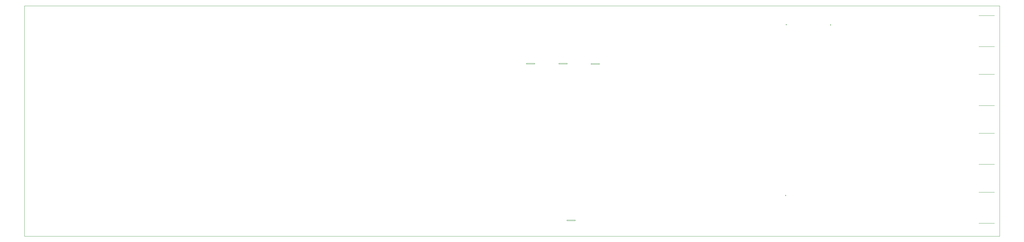
<source format=gtp>
*%FSLAX23Y23*%
*%MOIN*%
G01*
D11*
X4162Y5727D02*
X15879D01*
Y8502D02*
X4162D01*
Y5727D01*
X15879D02*
Y8502D01*
D23*
X12418Y6711D02*
D03*
X12458D02*
D03*
X12497D02*
D03*
X12536D02*
D03*
X12576D02*
D03*
X12418Y6751D02*
D03*
X12458D02*
D03*
X12497D02*
D03*
X12536D02*
D03*
X12418Y6790D02*
D03*
X12458D02*
D03*
X12497D02*
D03*
X12536D02*
D03*
X12418Y6829D02*
D03*
X12458D02*
D03*
X12497D02*
D03*
X12536D02*
D03*
X12418Y6869D02*
D03*
X12458D02*
D03*
X12497D02*
D03*
X12536D02*
D03*
X12418Y6908D02*
D03*
X12458D02*
D03*
X12497D02*
D03*
X12536D02*
D03*
X12418Y6947D02*
D03*
X12458D02*
D03*
X12497D02*
D03*
X12536D02*
D03*
X12418Y6987D02*
D03*
X12458D02*
D03*
X12497D02*
D03*
X12536D02*
D03*
X12418Y7026D02*
D03*
X12458D02*
D03*
X12497D02*
D03*
X12536D02*
D03*
X12418Y7066D02*
D03*
X12458D02*
D03*
X12497D02*
D03*
X12536D02*
D03*
X12418Y7105D02*
D03*
X12458D02*
D03*
X12536D02*
D03*
X12497D02*
D03*
X12418Y7144D02*
D03*
X12458D02*
D03*
X12497D02*
D03*
X12536D02*
D03*
X12418Y7184D02*
D03*
X12458D02*
D03*
X12497D02*
D03*
X12536D02*
D03*
X12418Y7223D02*
D03*
X12458D02*
D03*
X12497D02*
D03*
X12536D02*
D03*
X12418Y7262D02*
D03*
X12458D02*
D03*
X12497D02*
D03*
X12536D02*
D03*
X12418Y7302D02*
D03*
Y7341D02*
D03*
Y7381D02*
D03*
Y7420D02*
D03*
Y7459D02*
D03*
Y7499D02*
D03*
Y7538D02*
D03*
Y7577D02*
D03*
Y7617D02*
D03*
X12458Y7302D02*
D03*
Y7341D02*
D03*
Y7381D02*
D03*
Y7420D02*
D03*
Y7459D02*
D03*
Y7499D02*
D03*
Y7538D02*
D03*
Y7577D02*
D03*
Y7617D02*
D03*
X12497Y7302D02*
D03*
Y7341D02*
D03*
Y7381D02*
D03*
Y7420D02*
D03*
Y7459D02*
D03*
Y7499D02*
D03*
Y7538D02*
D03*
Y7577D02*
D03*
Y7617D02*
D03*
X12536Y7302D02*
D03*
Y7341D02*
D03*
Y7381D02*
D03*
Y7420D02*
D03*
Y7459D02*
D03*
Y7499D02*
D03*
Y7538D02*
D03*
Y7577D02*
D03*
Y7617D02*
D03*
X12418Y6593D02*
D03*
Y6633D02*
D03*
Y6672D02*
D03*
X12458Y6554D02*
D03*
Y6593D02*
D03*
Y6633D02*
D03*
Y6672D02*
D03*
X12497Y6554D02*
D03*
Y6593D02*
D03*
Y6633D02*
D03*
Y6672D02*
D03*
X12536Y6554D02*
D03*
Y6593D02*
D03*
Y6633D02*
D03*
Y6672D02*
D03*
X12576Y6554D02*
D03*
Y6593D02*
D03*
Y6633D02*
D03*
Y6672D02*
D03*
X12615Y6554D02*
D03*
Y6593D02*
D03*
Y6633D02*
D03*
Y6672D02*
D03*
X12654Y6554D02*
D03*
Y6593D02*
D03*
Y6633D02*
D03*
Y6672D02*
D03*
X12694Y6554D02*
D03*
Y6593D02*
D03*
Y6633D02*
D03*
Y6672D02*
D03*
X12733Y6554D02*
D03*
Y6593D02*
D03*
Y6633D02*
D03*
Y6672D02*
D03*
X12773Y6554D02*
D03*
Y6593D02*
D03*
Y6633D02*
D03*
Y6672D02*
D03*
X12812Y6554D02*
D03*
Y6593D02*
D03*
Y6633D02*
D03*
Y6672D02*
D03*
X12851Y6554D02*
D03*
Y6593D02*
D03*
Y6633D02*
D03*
Y6672D02*
D03*
X12891Y6554D02*
D03*
Y6593D02*
D03*
Y6633D02*
D03*
Y6672D02*
D03*
X12930Y6554D02*
D03*
Y6593D02*
D03*
Y6633D02*
D03*
Y6672D02*
D03*
X12969Y6554D02*
D03*
Y6593D02*
D03*
Y6633D02*
D03*
X13009D02*
D03*
X12969Y6672D02*
D03*
X13009Y6554D02*
D03*
Y6593D02*
D03*
Y6672D02*
D03*
X13048Y6554D02*
D03*
Y6593D02*
D03*
Y6633D02*
D03*
Y6672D02*
D03*
X13088Y6554D02*
D03*
Y6593D02*
D03*
Y6633D02*
D03*
Y6672D02*
D03*
X13127Y6554D02*
D03*
Y6593D02*
D03*
Y6633D02*
D03*
Y6672D02*
D03*
X13166Y6554D02*
D03*
Y6593D02*
D03*
Y6633D02*
D03*
Y6672D02*
D03*
X13206Y6554D02*
D03*
Y6593D02*
D03*
Y6633D02*
D03*
Y6672D02*
D03*
X13245Y6554D02*
D03*
Y6593D02*
D03*
Y6633D02*
D03*
Y6672D02*
D03*
X13284Y6554D02*
D03*
Y6593D02*
D03*
Y6633D02*
D03*
Y6672D02*
D03*
X13324Y6554D02*
D03*
Y6593D02*
D03*
Y6633D02*
D03*
Y6672D02*
D03*
X13363Y6554D02*
D03*
Y6593D02*
D03*
Y6633D02*
D03*
Y6672D02*
D03*
X13403Y6554D02*
D03*
Y6593D02*
D03*
Y6633D02*
D03*
Y6672D02*
D03*
X13442Y6554D02*
D03*
Y6593D02*
D03*
Y6633D02*
D03*
Y6672D02*
D03*
X13481Y6554D02*
D03*
Y6593D02*
D03*
Y6633D02*
D03*
Y6672D02*
D03*
X13521Y6554D02*
D03*
Y6593D02*
D03*
Y6633D02*
D03*
Y6672D02*
D03*
X13560Y6593D02*
D03*
Y6633D02*
D03*
Y6672D02*
D03*
Y6711D02*
D03*
X12418Y7656D02*
D03*
X12458D02*
D03*
X12497D02*
D03*
X12536D02*
D03*
X12458Y7696D02*
D03*
X12497D02*
D03*
X12536D02*
D03*
X12576D02*
D03*
X13521Y6711D02*
D03*
X13481D02*
D03*
X13442D02*
D03*
X12969Y7105D02*
D03*
X13403Y6711D02*
D03*
X13363Y6711D02*
D03*
X13324D02*
D03*
X13284D02*
D03*
X13245D02*
D03*
X13206D02*
D03*
X13166D02*
D03*
X13127D02*
D03*
X13088D02*
D03*
X13048D02*
D03*
X13009D02*
D03*
X12969D02*
D03*
X12930D02*
D03*
X12891D02*
D03*
X12851D02*
D03*
X12812D02*
D03*
X12773D02*
D03*
X12733D02*
D03*
X12694D02*
D03*
X12654D02*
D03*
X12615D02*
D03*
X12576Y6751D02*
D03*
X12615D02*
D03*
X12654D02*
D03*
X12694D02*
D03*
X12733D02*
D03*
X12773D02*
D03*
X12812D02*
D03*
X12851D02*
D03*
X12891D02*
D03*
X12930D02*
D03*
X12969D02*
D03*
X13009D02*
D03*
X13048D02*
D03*
X13088D02*
D03*
X13127D02*
D03*
X13166D02*
D03*
X13206D02*
D03*
X13245D02*
D03*
X13284D02*
D03*
X13324D02*
D03*
X13363D02*
D03*
X13403Y6751D02*
D03*
X13442D02*
D03*
X13481D02*
D03*
X13521D02*
D03*
X13560Y6751D02*
D03*
Y6790D02*
D03*
X13521Y6790D02*
D03*
X13481D02*
D03*
X13442D02*
D03*
X13403D02*
D03*
X13363Y6790D02*
D03*
X13324D02*
D03*
X13284D02*
D03*
X13245D02*
D03*
X13206D02*
D03*
X13166D02*
D03*
X13127D02*
D03*
X13088D02*
D03*
X13048D02*
D03*
X13009D02*
D03*
X12969D02*
D03*
X12930D02*
D03*
X12891D02*
D03*
X12851D02*
D03*
X12812D02*
D03*
X12773D02*
D03*
X12733D02*
D03*
X12694D02*
D03*
X12654D02*
D03*
X12615D02*
D03*
X12576D02*
D03*
Y6829D02*
D03*
X12615D02*
D03*
X12654D02*
D03*
X12694D02*
D03*
X12733D02*
D03*
X12773D02*
D03*
X12812D02*
D03*
X12851D02*
D03*
X12891D02*
D03*
X12930D02*
D03*
X12969D02*
D03*
X13009D02*
D03*
X13048D02*
D03*
X13088D02*
D03*
X13127D02*
D03*
X13166D02*
D03*
X13206D02*
D03*
X13245D02*
D03*
X13284D02*
D03*
X13324D02*
D03*
X13363D02*
D03*
X13403Y6829D02*
D03*
X13442D02*
D03*
X13481D02*
D03*
X13521D02*
D03*
X13560Y6829D02*
D03*
X13521Y6869D02*
D03*
X13560Y6869D02*
D03*
X13481Y6869D02*
D03*
X13442D02*
D03*
X13403D02*
D03*
X13363Y6869D02*
D03*
X13324D02*
D03*
X13284D02*
D03*
X13245D02*
D03*
X13206D02*
D03*
X13166D02*
D03*
X13127D02*
D03*
X13088D02*
D03*
X13048D02*
D03*
X13009D02*
D03*
X12969D02*
D03*
X12930D02*
D03*
X12891D02*
D03*
X12851D02*
D03*
X12812D02*
D03*
X12773D02*
D03*
X12733D02*
D03*
X12694D02*
D03*
X12654D02*
D03*
X12615D02*
D03*
X12576D02*
D03*
Y6908D02*
D03*
X12615D02*
D03*
X12654D02*
D03*
X12694D02*
D03*
X12733D02*
D03*
X12773D02*
D03*
X12812D02*
D03*
X12851D02*
D03*
X12891D02*
D03*
X12930D02*
D03*
X12969D02*
D03*
X13009D02*
D03*
X13048D02*
D03*
X13088D02*
D03*
X13127D02*
D03*
X13166D02*
D03*
X13206D02*
D03*
X13245D02*
D03*
X13284D02*
D03*
X13324D02*
D03*
X13363D02*
D03*
X13403Y6908D02*
D03*
X13442D02*
D03*
X13481D02*
D03*
X13521D02*
D03*
X13560Y6908D02*
D03*
X13206Y6947D02*
D03*
X13245D02*
D03*
X13284D02*
D03*
X13324D02*
D03*
X13363D02*
D03*
X13403Y6947D02*
D03*
X13442D02*
D03*
X13481D02*
D03*
X13521D02*
D03*
X13560Y6947D02*
D03*
X13166D02*
D03*
X13127D02*
D03*
X13088D02*
D03*
X13048D02*
D03*
X13009D02*
D03*
X12969D02*
D03*
X12930D02*
D03*
X12891D02*
D03*
X12851D02*
D03*
X12812D02*
D03*
X12773D02*
D03*
X12733D02*
D03*
X12694D02*
D03*
X12654D02*
D03*
X12615D02*
D03*
X12576D02*
D03*
Y6987D02*
D03*
X12615D02*
D03*
X12654D02*
D03*
X12694D02*
D03*
X12733D02*
D03*
X12773D02*
D03*
X12812D02*
D03*
X12851D02*
D03*
X12891D02*
D03*
X12930D02*
D03*
X12969D02*
D03*
X13009D02*
D03*
X13048D02*
D03*
X13088D02*
D03*
X13127D02*
D03*
X13166D02*
D03*
X13206D02*
D03*
X13245D02*
D03*
X13284D02*
D03*
X13324D02*
D03*
X13363D02*
D03*
X13403Y6987D02*
D03*
X13442D02*
D03*
X13481D02*
D03*
X13521D02*
D03*
X13560Y6987D02*
D03*
Y7026D02*
D03*
X13521Y7026D02*
D03*
X13481D02*
D03*
X13442D02*
D03*
X13403D02*
D03*
X13363Y7026D02*
D03*
X13324D02*
D03*
X13284D02*
D03*
X13245D02*
D03*
X13206D02*
D03*
X13166D02*
D03*
X13127D02*
D03*
X13088D02*
D03*
X13048D02*
D03*
X13009D02*
D03*
X12969D02*
D03*
X12930D02*
D03*
X12891D02*
D03*
X12851D02*
D03*
X12812D02*
D03*
X12773D02*
D03*
X12733D02*
D03*
X12694D02*
D03*
X12654D02*
D03*
X12615D02*
D03*
X12576D02*
D03*
Y7066D02*
D03*
X12615D02*
D03*
X12654D02*
D03*
X12694D02*
D03*
X12733D02*
D03*
X12773D02*
D03*
X12812D02*
D03*
X12851D02*
D03*
X12891D02*
D03*
X12930D02*
D03*
X12969D02*
D03*
X13009D02*
D03*
X13048D02*
D03*
X13088D02*
D03*
X13127D02*
D03*
X13166D02*
D03*
X13206D02*
D03*
X13245D02*
D03*
X13284D02*
D03*
X13324D02*
D03*
X13363D02*
D03*
X13403Y7066D02*
D03*
X13442D02*
D03*
X13481D02*
D03*
X13521D02*
D03*
X13560Y7066D02*
D03*
Y7105D02*
D03*
X13521Y7105D02*
D03*
X13481D02*
D03*
X13442D02*
D03*
X13403D02*
D03*
X13363Y7105D02*
D03*
X13324D02*
D03*
X13284D02*
D03*
X13245D02*
D03*
X13206D02*
D03*
X13166D02*
D03*
X13127D02*
D03*
X13088D02*
D03*
X13048D02*
D03*
X13009D02*
D03*
X12930D02*
D03*
X12891D02*
D03*
X12851D02*
D03*
X12812D02*
D03*
X12773D02*
D03*
X12733D02*
D03*
X12694D02*
D03*
X12654D02*
D03*
X12615D02*
D03*
X12576D02*
D03*
Y7144D02*
D03*
X12615D02*
D03*
X12654D02*
D03*
X12694D02*
D03*
X12733D02*
D03*
X12773D02*
D03*
X12812D02*
D03*
X12851D02*
D03*
X12891D02*
D03*
X12930D02*
D03*
X12969D02*
D03*
X13009D02*
D03*
X13048D02*
D03*
X13088D02*
D03*
X13127D02*
D03*
X13166D02*
D03*
X13206D02*
D03*
X13245D02*
D03*
X13284D02*
D03*
X13324D02*
D03*
X13363D02*
D03*
X13403Y7144D02*
D03*
X13442D02*
D03*
X13481D02*
D03*
X13521D02*
D03*
X13560Y7144D02*
D03*
Y7184D02*
D03*
X13521Y7184D02*
D03*
X13481D02*
D03*
X13442D02*
D03*
X13403D02*
D03*
X13363Y7184D02*
D03*
X13324D02*
D03*
X13284D02*
D03*
X13245D02*
D03*
X13206D02*
D03*
X13166D02*
D03*
X13127D02*
D03*
X13088D02*
D03*
X13048D02*
D03*
X13009D02*
D03*
X12969D02*
D03*
X12930D02*
D03*
X12891D02*
D03*
X12851D02*
D03*
X12812D02*
D03*
X12773D02*
D03*
X12733D02*
D03*
X12694D02*
D03*
X12654D02*
D03*
X12615D02*
D03*
X12576D02*
D03*
Y7223D02*
D03*
X12615D02*
D03*
X12654D02*
D03*
X12694D02*
D03*
X12733D02*
D03*
X12773D02*
D03*
X12812D02*
D03*
X12851D02*
D03*
X12891D02*
D03*
X12930D02*
D03*
X12969D02*
D03*
X13009D02*
D03*
X13048D02*
D03*
X13088D02*
D03*
X13127D02*
D03*
X13166D02*
D03*
X13206D02*
D03*
X13245D02*
D03*
X13284D02*
D03*
X13324D02*
D03*
X13363D02*
D03*
X13403Y7223D02*
D03*
X13442D02*
D03*
X13481D02*
D03*
X13521D02*
D03*
X13560Y7223D02*
D03*
X13521Y7262D02*
D03*
X13560Y7262D02*
D03*
X13481Y7262D02*
D03*
X13442D02*
D03*
X13403D02*
D03*
X13363Y7262D02*
D03*
X13324D02*
D03*
X13284D02*
D03*
X13245D02*
D03*
X13206D02*
D03*
X13166D02*
D03*
X13127D02*
D03*
X13088D02*
D03*
X13048D02*
D03*
X13009D02*
D03*
X12969D02*
D03*
X12930D02*
D03*
X12891D02*
D03*
X12851D02*
D03*
X12812D02*
D03*
X12773D02*
D03*
X12733D02*
D03*
X12694D02*
D03*
X12654D02*
D03*
X12615D02*
D03*
X12576D02*
D03*
Y7302D02*
D03*
X12615D02*
D03*
X12654D02*
D03*
X12694D02*
D03*
X12733D02*
D03*
X12773D02*
D03*
X12812D02*
D03*
X12851D02*
D03*
X12891D02*
D03*
X12930D02*
D03*
X12969D02*
D03*
X13009D02*
D03*
X13048D02*
D03*
X13088D02*
D03*
X13127D02*
D03*
X13166D02*
D03*
X13206D02*
D03*
X13245D02*
D03*
X13284D02*
D03*
X13324D02*
D03*
X13363D02*
D03*
X13403Y7302D02*
D03*
X13442D02*
D03*
X13481D02*
D03*
X13521D02*
D03*
X13560Y7302D02*
D03*
X13206Y7341D02*
D03*
X13245D02*
D03*
X13284D02*
D03*
X13324D02*
D03*
X13363D02*
D03*
X13442Y7341D02*
D03*
X13403D02*
D03*
X13481D02*
D03*
X13521D02*
D03*
X13560Y7341D02*
D03*
X12576D02*
D03*
X12615D02*
D03*
X12654D02*
D03*
X12694D02*
D03*
X12733D02*
D03*
X12773D02*
D03*
X12812D02*
D03*
X12851D02*
D03*
X12891D02*
D03*
X12930D02*
D03*
X12969D02*
D03*
X13009D02*
D03*
X13048D02*
D03*
X13088D02*
D03*
X13127D02*
D03*
X13166D02*
D03*
X12576Y7381D02*
D03*
X12615D02*
D03*
X12654D02*
D03*
X12694D02*
D03*
X12733D02*
D03*
X12773D02*
D03*
X12812D02*
D03*
X12851D02*
D03*
X12891D02*
D03*
X12930D02*
D03*
X12969D02*
D03*
X13009D02*
D03*
X13048D02*
D03*
X13088D02*
D03*
X13127D02*
D03*
X13166D02*
D03*
X13206D02*
D03*
X13245D02*
D03*
X13284D02*
D03*
X13324D02*
D03*
X13363D02*
D03*
X13403Y7381D02*
D03*
X13442D02*
D03*
X13481D02*
D03*
X13521D02*
D03*
X13560Y7381D02*
D03*
X12576Y7420D02*
D03*
X12615D02*
D03*
X12654D02*
D03*
X12694D02*
D03*
X12733D02*
D03*
X12773D02*
D03*
X12851D02*
D03*
X12812D02*
D03*
X12891D02*
D03*
X12930D02*
D03*
X12969D02*
D03*
X13009D02*
D03*
X13048D02*
D03*
X13088D02*
D03*
X13127D02*
D03*
X13166D02*
D03*
X13206D02*
D03*
X13245D02*
D03*
X13284D02*
D03*
X13324D02*
D03*
X13363D02*
D03*
X13403Y7420D02*
D03*
X13442D02*
D03*
X13481D02*
D03*
X13521D02*
D03*
X13560Y7420D02*
D03*
X12576Y7459D02*
D03*
X12615D02*
D03*
X12654D02*
D03*
X12694D02*
D03*
X12733D02*
D03*
X12773D02*
D03*
X12812D02*
D03*
X12851D02*
D03*
X12891D02*
D03*
X12930D02*
D03*
X12969D02*
D03*
X13009D02*
D03*
X13048D02*
D03*
X13088D02*
D03*
X13127D02*
D03*
X13166D02*
D03*
X13206D02*
D03*
X13245D02*
D03*
X13284D02*
D03*
X13324D02*
D03*
X13363D02*
D03*
X13403Y7459D02*
D03*
X13442D02*
D03*
X13481D02*
D03*
X13521D02*
D03*
X13560Y7459D02*
D03*
X12576Y7499D02*
D03*
X12615D02*
D03*
X12654D02*
D03*
X12694D02*
D03*
X12773D02*
D03*
X12812D02*
D03*
X12733D02*
D03*
X12851D02*
D03*
X12891D02*
D03*
X12930D02*
D03*
X12969D02*
D03*
X13009D02*
D03*
X13048D02*
D03*
X13088D02*
D03*
X13127D02*
D03*
X13166D02*
D03*
X13206D02*
D03*
X13245D02*
D03*
X13284D02*
D03*
X13324D02*
D03*
X13363D02*
D03*
X13403Y7499D02*
D03*
X13442D02*
D03*
X13481D02*
D03*
X13521D02*
D03*
X13560Y7499D02*
D03*
X12576Y7538D02*
D03*
X12615D02*
D03*
X12654D02*
D03*
X12694D02*
D03*
X12733D02*
D03*
X12773D02*
D03*
X12812D02*
D03*
X12851D02*
D03*
X12891D02*
D03*
X12930D02*
D03*
X12969D02*
D03*
X13009D02*
D03*
X13048D02*
D03*
X13088D02*
D03*
X13127D02*
D03*
X13166D02*
D03*
X13206D02*
D03*
X13245D02*
D03*
X13284D02*
D03*
X13324D02*
D03*
X13363D02*
D03*
X13403Y7538D02*
D03*
X13442D02*
D03*
X13481D02*
D03*
X13521D02*
D03*
X13560Y7538D02*
D03*
X12576Y7577D02*
D03*
X12615D02*
D03*
X12654D02*
D03*
X12694D02*
D03*
X12733D02*
D03*
X12773D02*
D03*
X12812D02*
D03*
X12851D02*
D03*
X12891D02*
D03*
X12930D02*
D03*
X12969D02*
D03*
X13009D02*
D03*
X13048D02*
D03*
X13088D02*
D03*
X13127D02*
D03*
X13166D02*
D03*
X13206D02*
D03*
X13245D02*
D03*
X13284D02*
D03*
X13324D02*
D03*
X13363D02*
D03*
X13403Y7577D02*
D03*
X13442D02*
D03*
X13481D02*
D03*
X13521D02*
D03*
X13560Y7577D02*
D03*
X12576Y7617D02*
D03*
X12615D02*
D03*
X12654D02*
D03*
X12694D02*
D03*
X12733D02*
D03*
X12773D02*
D03*
X12812D02*
D03*
X12851D02*
D03*
X12891D02*
D03*
X12930D02*
D03*
X12969D02*
D03*
X13009D02*
D03*
X13048D02*
D03*
X13088D02*
D03*
X13127D02*
D03*
X13166D02*
D03*
X13206D02*
D03*
X13245D02*
D03*
X13284D02*
D03*
X13324D02*
D03*
X13363D02*
D03*
X13403Y7617D02*
D03*
X13442D02*
D03*
X13481D02*
D03*
X13521D02*
D03*
X13560Y7617D02*
D03*
X12576Y7656D02*
D03*
X12615D02*
D03*
X12654D02*
D03*
X12694D02*
D03*
X12733D02*
D03*
X12773D02*
D03*
X12812D02*
D03*
X12851D02*
D03*
X12891D02*
D03*
X12930D02*
D03*
X12969D02*
D03*
X13009D02*
D03*
X13048D02*
D03*
X13088D02*
D03*
X13127D02*
D03*
X13166D02*
D03*
X13206D02*
D03*
X13245D02*
D03*
X13284D02*
D03*
X13324D02*
D03*
X13363D02*
D03*
X13403Y7656D02*
D03*
X13442D02*
D03*
X13481D02*
D03*
X13521D02*
D03*
X13560Y7656D02*
D03*
X12615Y7696D02*
D03*
X12654D02*
D03*
X12694D02*
D03*
X12733D02*
D03*
X12773D02*
D03*
X12812D02*
D03*
X12851D02*
D03*
X12891D02*
D03*
X12930D02*
D03*
X12969D02*
D03*
X13009D02*
D03*
X13048D02*
D03*
X13088D02*
D03*
X13127D02*
D03*
X13166D02*
D03*
X13206D02*
D03*
X13245D02*
D03*
X13284D02*
D03*
X13324D02*
D03*
X13363D02*
D03*
X13403Y7696D02*
D03*
X13442D02*
D03*
X13481D02*
D03*
X13521D02*
D03*
X12383Y8101D02*
D03*
X12186Y8377D02*
D03*
X12225D02*
D03*
X12265D02*
D03*
X12304D02*
D03*
X12343D02*
D03*
X12383D02*
D03*
Y8337D02*
D03*
X12343D02*
D03*
X12304D02*
D03*
X12265D02*
D03*
X12225D02*
D03*
X12186D02*
D03*
Y8298D02*
D03*
X12225D02*
D03*
X12265D02*
D03*
X12304D02*
D03*
X12343D02*
D03*
X12383D02*
D03*
Y8258D02*
D03*
X12343D02*
D03*
X12304D02*
D03*
X12265D02*
D03*
X12225D02*
D03*
X12186D02*
D03*
Y8219D02*
D03*
X12225D02*
D03*
X12265D02*
D03*
X12304D02*
D03*
X12343D02*
D03*
X12383D02*
D03*
Y8180D02*
D03*
X12343D02*
D03*
X12304D02*
D03*
X12265D02*
D03*
X12225D02*
D03*
X12186D02*
D03*
Y8140D02*
D03*
X12225D02*
D03*
X12265D02*
D03*
X12304D02*
D03*
X12343D02*
D03*
X12383D02*
D03*
X12343Y8101D02*
D03*
X12304D02*
D03*
X12265D02*
D03*
X12225D02*
D03*
X12186D02*
D03*
Y8062D02*
D03*
X12225D02*
D03*
X12265D02*
D03*
X12304D02*
D03*
X12343D02*
D03*
X12383D02*
D03*
Y8022D02*
D03*
X12343D02*
D03*
X12304D02*
D03*
X12265D02*
D03*
X12225D02*
D03*
X12186D02*
D03*
Y7983D02*
D03*
X12225D02*
D03*
X12265D02*
D03*
X12304D02*
D03*
X12343D02*
D03*
X12383D02*
D03*
X12422D02*
D03*
Y8022D02*
D03*
Y8062D02*
D03*
Y8101D02*
D03*
Y8140D02*
D03*
Y8180D02*
D03*
Y8219D02*
D03*
Y8258D02*
D03*
Y8298D02*
D03*
Y8337D02*
D03*
Y8377D02*
D03*
X12462D02*
D03*
Y8337D02*
D03*
Y8298D02*
D03*
Y8258D02*
D03*
Y8219D02*
D03*
Y8180D02*
D03*
Y8140D02*
D03*
Y8101D02*
D03*
Y8062D02*
D03*
Y8022D02*
D03*
Y7983D02*
D03*
X12501D02*
D03*
Y8022D02*
D03*
Y8062D02*
D03*
Y8101D02*
D03*
Y8140D02*
D03*
Y8180D02*
D03*
Y8219D02*
D03*
Y8258D02*
D03*
Y8298D02*
D03*
Y8337D02*
D03*
Y8377D02*
D03*
X12540D02*
D03*
Y8337D02*
D03*
Y8298D02*
D03*
Y8258D02*
D03*
Y8219D02*
D03*
Y8180D02*
D03*
Y8140D02*
D03*
Y8101D02*
D03*
Y8062D02*
D03*
Y8022D02*
D03*
Y7983D02*
D03*
X12580Y7983D02*
D03*
Y8022D02*
D03*
Y8062D02*
D03*
Y8101D02*
D03*
Y8140D02*
D03*
Y8180D02*
D03*
Y8219D02*
D03*
Y8258D02*
D03*
Y8298D02*
D03*
Y8337D02*
D03*
Y8377D02*
D03*
X12619D02*
D03*
Y8337D02*
D03*
Y8298D02*
D03*
Y8258D02*
D03*
Y8219D02*
D03*
Y8180D02*
D03*
Y8140D02*
D03*
Y8101D02*
D03*
Y8062D02*
D03*
Y8022D02*
D03*
Y7983D02*
D03*
X12698Y8022D02*
D03*
X12658Y7983D02*
D03*
Y8022D02*
D03*
Y8062D02*
D03*
Y8101D02*
D03*
Y8140D02*
D03*
Y8180D02*
D03*
Y8219D02*
D03*
Y8258D02*
D03*
Y8298D02*
D03*
Y8337D02*
D03*
Y8377D02*
D03*
X12737Y8062D02*
D03*
X12698Y7983D02*
D03*
Y8062D02*
D03*
Y8101D02*
D03*
Y8140D02*
D03*
Y8180D02*
D03*
Y8219D02*
D03*
Y8258D02*
D03*
Y8298D02*
D03*
Y8337D02*
D03*
Y8377D02*
D03*
X12737Y7983D02*
D03*
Y8022D02*
D03*
Y8101D02*
D03*
Y8140D02*
D03*
Y8180D02*
D03*
Y8219D02*
D03*
Y8258D02*
D03*
Y8298D02*
D03*
Y8337D02*
D03*
Y8377D02*
D03*
X11639Y8105D02*
D03*
X11442Y8381D02*
D03*
X11481D02*
D03*
X11521D02*
D03*
X11560D02*
D03*
X11599D02*
D03*
X11639D02*
D03*
Y8341D02*
D03*
X11599D02*
D03*
X11560D02*
D03*
X11521D02*
D03*
X11481D02*
D03*
X11442D02*
D03*
Y8302D02*
D03*
X11481D02*
D03*
X11521D02*
D03*
X11560D02*
D03*
X11599D02*
D03*
X11639D02*
D03*
Y8262D02*
D03*
X11599D02*
D03*
X11560D02*
D03*
X11521D02*
D03*
X11481D02*
D03*
X11442D02*
D03*
Y8223D02*
D03*
X11481D02*
D03*
X11521D02*
D03*
X11560D02*
D03*
X11599D02*
D03*
X11639D02*
D03*
Y8184D02*
D03*
X11599D02*
D03*
X11560D02*
D03*
X11521D02*
D03*
X11481D02*
D03*
X11442D02*
D03*
Y8144D02*
D03*
X11481D02*
D03*
X11521D02*
D03*
X11560D02*
D03*
X11599D02*
D03*
X11639D02*
D03*
X11599Y8105D02*
D03*
X11560D02*
D03*
X11521D02*
D03*
X11481D02*
D03*
X11442D02*
D03*
Y8066D02*
D03*
X11481D02*
D03*
X11521D02*
D03*
X11560D02*
D03*
X11599D02*
D03*
X11639D02*
D03*
Y8026D02*
D03*
X11599D02*
D03*
X11560D02*
D03*
X11521D02*
D03*
X11481D02*
D03*
X11442D02*
D03*
Y7987D02*
D03*
X11481D02*
D03*
X11521D02*
D03*
X11560D02*
D03*
X11599D02*
D03*
X11639D02*
D03*
X11678D02*
D03*
Y8026D02*
D03*
Y8066D02*
D03*
Y8105D02*
D03*
Y8144D02*
D03*
Y8184D02*
D03*
Y8223D02*
D03*
Y8262D02*
D03*
Y8302D02*
D03*
Y8341D02*
D03*
Y8381D02*
D03*
X11717D02*
D03*
Y8341D02*
D03*
Y8302D02*
D03*
Y8262D02*
D03*
Y8223D02*
D03*
Y8184D02*
D03*
Y8144D02*
D03*
Y8105D02*
D03*
Y8066D02*
D03*
Y8026D02*
D03*
Y7987D02*
D03*
X11757D02*
D03*
Y8026D02*
D03*
Y8066D02*
D03*
Y8105D02*
D03*
Y8144D02*
D03*
Y8184D02*
D03*
Y8223D02*
D03*
Y8262D02*
D03*
Y8302D02*
D03*
Y8341D02*
D03*
Y8381D02*
D03*
X11796D02*
D03*
Y8341D02*
D03*
Y8302D02*
D03*
Y8262D02*
D03*
Y8223D02*
D03*
Y8184D02*
D03*
Y8144D02*
D03*
Y8105D02*
D03*
Y8066D02*
D03*
Y8026D02*
D03*
Y7987D02*
D03*
X11836Y7987D02*
D03*
Y8026D02*
D03*
Y8066D02*
D03*
Y8105D02*
D03*
Y8144D02*
D03*
Y8184D02*
D03*
Y8223D02*
D03*
Y8262D02*
D03*
Y8302D02*
D03*
Y8341D02*
D03*
Y8381D02*
D03*
X11875D02*
D03*
Y8341D02*
D03*
Y8302D02*
D03*
Y8262D02*
D03*
Y8223D02*
D03*
Y8184D02*
D03*
Y8144D02*
D03*
Y8105D02*
D03*
Y8066D02*
D03*
Y8026D02*
D03*
Y7987D02*
D03*
X11954Y8026D02*
D03*
X11914Y7987D02*
D03*
Y8026D02*
D03*
Y8066D02*
D03*
Y8105D02*
D03*
Y8144D02*
D03*
Y8184D02*
D03*
Y8223D02*
D03*
Y8262D02*
D03*
Y8302D02*
D03*
Y8341D02*
D03*
Y8381D02*
D03*
X11993Y8066D02*
D03*
X11954Y7987D02*
D03*
Y8066D02*
D03*
Y8105D02*
D03*
Y8144D02*
D03*
Y8184D02*
D03*
Y8223D02*
D03*
Y8262D02*
D03*
Y8302D02*
D03*
Y8341D02*
D03*
Y8381D02*
D03*
X11993Y7987D02*
D03*
Y8026D02*
D03*
Y8105D02*
D03*
Y8144D02*
D03*
Y8184D02*
D03*
Y8223D02*
D03*
Y8262D02*
D03*
Y8302D02*
D03*
Y8341D02*
D03*
Y8381D02*
D03*
D44*
X15022Y8067D02*
D03*
X15022Y7350D02*
D03*
Y5937D02*
D03*
Y6641D02*
D03*
X12125Y6592D02*
D03*
X11387Y7396D02*
D03*
Y6904D02*
D03*
X10013Y6643D02*
D03*
D54*
X9542Y6122D02*
D03*
X9511D02*
D03*
X9479D02*
D03*
X9448D02*
D03*
X9416D02*
D03*
X9385D02*
D03*
X9353D02*
D03*
X9322D02*
D03*
X9319Y6457D02*
D03*
X9350D02*
D03*
X9382D02*
D03*
X9413D02*
D03*
X9445D02*
D03*
X9476D02*
D03*
X9508D02*
D03*
X9539D02*
D03*
D55*
X11086Y7441D02*
D03*
X11112D02*
D03*
X11137D02*
D03*
X11163D02*
D03*
X11188D02*
D03*
X11214D02*
D03*
X11240D02*
D03*
X11265D02*
D03*
Y7189D02*
D03*
X11240D02*
D03*
X11214D02*
D03*
X11188D02*
D03*
X11163D02*
D03*
X11137D02*
D03*
X11112D02*
D03*
X11086D02*
D03*
Y6963D02*
D03*
X11112D02*
D03*
X11137D02*
D03*
X11163D02*
D03*
X11188D02*
D03*
X11214D02*
D03*
X11240D02*
D03*
X11265D02*
D03*
Y6711D02*
D03*
X11240D02*
D03*
X11214D02*
D03*
X11188D02*
D03*
X11163D02*
D03*
X11137D02*
D03*
X11112D02*
D03*
X11086D02*
D03*
D58*
X9088Y7035D02*
D03*
X9127D02*
D03*
X9166D02*
D03*
X9206D02*
D03*
X9245D02*
D03*
X9284D02*
D03*
X9324D02*
D03*
X9363D02*
D03*
X9403D02*
D03*
X9442D02*
D03*
X9481D02*
D03*
X9521D02*
D03*
X9560D02*
D03*
X9599D02*
D03*
X9638D02*
D03*
X10229D02*
D03*
X9678D02*
D03*
X9717D02*
D03*
X9757D02*
D03*
X9796D02*
D03*
X9835D02*
D03*
X9875D02*
D03*
X9914D02*
D03*
X9953D02*
D03*
X9993D02*
D03*
X10032D02*
D03*
X10072D02*
D03*
X10111D02*
D03*
X10150D02*
D03*
X10190D02*
D03*
D60*
X15233Y7857D02*
D03*
X15163D02*
D03*
X15048Y7790D02*
D03*
X15111D02*
D03*
X15111Y7857D02*
D03*
X15041D02*
D03*
X15331Y8073D02*
D03*
X15401D02*
D03*
X15331Y8010D02*
D03*
X15401D02*
D03*
X15477Y8042D02*
D03*
X15547D02*
D03*
X15547Y7325D02*
D03*
X15477D02*
D03*
X15401Y7294D02*
D03*
X15331D02*
D03*
X15401Y7357D02*
D03*
X15331D02*
D03*
X15041Y7140D02*
D03*
X15111D02*
D03*
X15111Y7073D02*
D03*
X15048D02*
D03*
X15163Y7140D02*
D03*
X15233D02*
D03*
X15115Y5995D02*
D03*
X15045D02*
D03*
X14981Y6085D02*
D03*
X15044D02*
D03*
X15241Y5995D02*
D03*
X15171D02*
D03*
X15548Y5774D02*
D03*
X15618D02*
D03*
X15331Y5944D02*
D03*
X15401D02*
D03*
X15331Y5881D02*
D03*
X15401D02*
D03*
X15477Y5912D02*
D03*
X15547D02*
D03*
X15163Y6432D02*
D03*
X15233D02*
D03*
X15111Y6365D02*
D03*
X15048D02*
D03*
X15041Y6432D02*
D03*
X15111D02*
D03*
X15401Y6648D02*
D03*
X15331D02*
D03*
X15401Y6585D02*
D03*
X15331D02*
D03*
X15547Y6617D02*
D03*
X15477D02*
D03*
X12580Y7849D02*
D03*
X12517D02*
D03*
X11686Y6904D02*
D03*
X11756D02*
D03*
X11690Y7243D02*
D03*
X11760D02*
D03*
X11690Y7400D02*
D03*
X11760D02*
D03*
X11572Y7833D02*
D03*
X11642D02*
D03*
X11532Y7467D02*
D03*
X11462D02*
D03*
X11532Y6983D02*
D03*
X11462D02*
D03*
X12311Y7125D02*
D03*
X12241D02*
D03*
X13051Y7786D02*
D03*
X12981D02*
D03*
X11622Y7168D02*
D03*
X11552D02*
D03*
X11686Y6806D02*
D03*
X11756D02*
D03*
X11833Y6050D02*
D03*
X11903D02*
D03*
X11833Y5991D02*
D03*
X11903D02*
D03*
X11833Y5892D02*
D03*
X11903D02*
D03*
X12942Y6034D02*
D03*
X13012D02*
D03*
X11866Y6384D02*
D03*
X11796D02*
D03*
X12004D02*
D03*
X11934D02*
D03*
X12402Y6451D02*
D03*
X12332D02*
D03*
X11102Y8416D02*
D03*
X11032D02*
D03*
X11252D02*
D03*
X11182D02*
D03*
X11214Y7042D02*
D03*
X11144D02*
D03*
X10836Y6991D02*
D03*
X10906D02*
D03*
X10836Y6928D02*
D03*
X10906D02*
D03*
X10844Y7066D02*
D03*
X10914D02*
D03*
X11245Y8318D02*
D03*
X11315D02*
D03*
X11245Y8255D02*
D03*
X11315D02*
D03*
X11335Y7577D02*
D03*
X11265D02*
D03*
X11335Y7101D02*
D03*
X11265D02*
D03*
X11211Y7519D02*
D03*
X11141D02*
D03*
X11214Y7101D02*
D03*
X11151D02*
D03*
X10863Y7290D02*
D03*
X10800D02*
D03*
X11206Y7577D02*
D03*
X11143D02*
D03*
X11261Y7794D02*
D03*
X11331D02*
D03*
X11410Y6983D02*
D03*
X11340D02*
D03*
X11410Y7467D02*
D03*
X11340D02*
D03*
X11473Y7169D02*
D03*
X11403D02*
D03*
X10863Y6833D02*
D03*
X10800D02*
D03*
X11453Y6693D02*
D03*
X11383D02*
D03*
X11454Y6622D02*
D03*
X11384D02*
D03*
X9131Y6495D02*
D03*
X9061D02*
D03*
X9225Y6703D02*
D03*
X9295D02*
D03*
X9513D02*
D03*
X9443D02*
D03*
X5280Y7668D02*
D03*
X5210D02*
D03*
X5210Y7066D02*
D03*
X5280D02*
D03*
X5210Y7129D02*
D03*
X5280D02*
D03*
X5217Y6802D02*
D03*
X5287D02*
D03*
D61*
X13315Y8085D02*
D03*
X13225Y8085D02*
D03*
X13405D02*
D03*
X13847Y8081D02*
D03*
X13757Y8081D02*
D03*
X13937D02*
D03*
X13307Y6030D02*
D03*
X13217Y6030D02*
D03*
X13397D02*
D03*
X10152Y7995D02*
D03*
X10332D02*
D03*
X10242Y7995D02*
D03*
X10541Y7995D02*
D03*
X10721D02*
D03*
X10631Y7995D02*
D03*
X10930Y7994D02*
D03*
X11110D02*
D03*
X11020D02*
D03*
X10730Y6109D02*
D03*
X10820Y6109D02*
D03*
X10640D02*
D03*
D65*
X9598Y6400D02*
D03*
Y6369D02*
D03*
Y6337D02*
D03*
Y6306D02*
D03*
Y6274D02*
D03*
Y6243D02*
D03*
Y6211D02*
D03*
Y6180D02*
D03*
X9264Y6178D02*
D03*
Y6209D02*
D03*
Y6241D02*
D03*
Y6272D02*
D03*
Y6304D02*
D03*
Y6335D02*
D03*
Y6367D02*
D03*
Y6398D02*
D03*
D67*
X15331Y8136D02*
D03*
Y8206D02*
D03*
X15493Y7837D02*
D03*
Y7767D02*
D03*
X15493Y7051D02*
D03*
Y7121D02*
D03*
X15331Y7489D02*
D03*
Y7419D02*
D03*
Y6006D02*
D03*
Y6076D02*
D03*
Y6780D02*
D03*
Y6710D02*
D03*
X15493Y6342D02*
D03*
Y6412D02*
D03*
X13158Y7913D02*
D03*
Y7983D02*
D03*
X13690Y7940D02*
D03*
Y8010D02*
D03*
X13139Y5889D02*
D03*
Y5959D02*
D03*
X12324Y7755D02*
D03*
Y7685D02*
D03*
X12265Y7755D02*
D03*
Y7685D02*
D03*
X12092Y8199D02*
D03*
Y8129D02*
D03*
X12840Y8199D02*
D03*
Y8129D02*
D03*
X11698Y6617D02*
D03*
Y6687D02*
D03*
X11938Y6172D02*
D03*
Y6242D02*
D03*
X12310Y6624D02*
D03*
Y6687D02*
D03*
X13044Y6470D02*
D03*
Y6400D02*
D03*
X10969Y6960D02*
D03*
Y7030D02*
D03*
X10399Y8066D02*
D03*
Y8136D02*
D03*
X11031Y7289D02*
D03*
Y7219D02*
D03*
X11336Y8199D02*
D03*
Y8129D02*
D03*
X10788Y8066D02*
D03*
Y8136D02*
D03*
X10395Y6030D02*
D03*
Y5960D02*
D03*
X10316D02*
D03*
Y6030D02*
D03*
X10166Y5960D02*
D03*
Y6030D02*
D03*
X10241D02*
D03*
Y5960D02*
D03*
X10887Y6250D02*
D03*
Y6180D02*
D03*
X11031Y6831D02*
D03*
Y6761D02*
D03*
X9198Y6117D02*
D03*
Y6047D02*
D03*
X9654Y6707D02*
D03*
Y6777D02*
D03*
X9714Y6688D02*
D03*
Y6758D02*
D03*
Y6640D02*
D03*
Y6570D02*
D03*
D70*
X15390Y7490D02*
D03*
Y7420D02*
D03*
Y8136D02*
D03*
Y8206D02*
D03*
Y6007D02*
D03*
Y6077D02*
D03*
Y6781D02*
D03*
Y6711D02*
D03*
D72*
X15667Y8206D02*
D03*
X15532D02*
D03*
Y7489D02*
D03*
X15667D02*
D03*
X15309Y7762D02*
D03*
X15174D02*
D03*
X14911Y7979D02*
D03*
X14776D02*
D03*
X14775Y8105D02*
D03*
X14910D02*
D03*
X15486Y7920D02*
D03*
X15351D02*
D03*
X15351Y7203D02*
D03*
X15486D02*
D03*
X14910Y7388D02*
D03*
X14775D02*
D03*
X14776Y7262D02*
D03*
X14911D02*
D03*
X15174Y7046D02*
D03*
X15309D02*
D03*
X15532Y6780D02*
D03*
X15667D02*
D03*
Y6075D02*
D03*
X15532D02*
D03*
X14910Y5857D02*
D03*
X14775D02*
D03*
X14775Y5975D02*
D03*
X14910D02*
D03*
X15250Y6089D02*
D03*
X15115D02*
D03*
X15486Y5790D02*
D03*
X15351D02*
D03*
X15174Y6337D02*
D03*
X15309D02*
D03*
X14776Y6554D02*
D03*
X14911D02*
D03*
X14910Y6680D02*
D03*
X14775D02*
D03*
X15351Y6495D02*
D03*
X15486D02*
D03*
X14021Y8062D02*
D03*
X14156D02*
D03*
X10920Y8084D02*
D03*
X11055D02*
D03*
X4657Y7778D02*
D03*
X4792D02*
D03*
D74*
X10241Y6215D02*
D03*
Y6125D02*
D03*
X10399Y6215D02*
D03*
Y6125D02*
D03*
X10320D02*
D03*
Y6215D02*
D03*
X10162Y6125D02*
D03*
Y6215D02*
D03*
X9198Y6176D02*
D03*
Y6266D02*
D03*
D77*
X12774Y6325D02*
D03*
Y6306D02*
D03*
X12007Y5794D02*
D03*
Y5814D02*
D03*
Y5833D02*
D03*
Y5853D02*
D03*
Y5873D02*
D03*
Y5892D02*
D03*
Y5912D02*
D03*
Y5932D02*
D03*
Y5951D02*
D03*
Y5971D02*
D03*
Y5991D02*
D03*
X12774Y6286D02*
D03*
Y6266D02*
D03*
Y6247D02*
D03*
Y6227D02*
D03*
Y6207D02*
D03*
Y6188D02*
D03*
Y6168D02*
D03*
Y6148D02*
D03*
Y6129D02*
D03*
Y6109D02*
D03*
Y6089D02*
D03*
Y6070D02*
D03*
Y6050D02*
D03*
Y6030D02*
D03*
Y6010D02*
D03*
Y5991D02*
D03*
Y5971D02*
D03*
Y5951D02*
D03*
Y5932D02*
D03*
Y5912D02*
D03*
Y5892D02*
D03*
Y5873D02*
D03*
Y5853D02*
D03*
Y5833D02*
D03*
Y5814D02*
D03*
Y5794D02*
D03*
X12007Y6010D02*
D03*
Y6030D02*
D03*
Y6050D02*
D03*
Y6070D02*
D03*
Y6089D02*
D03*
Y6109D02*
D03*
Y6129D02*
D03*
Y6148D02*
D03*
Y6168D02*
D03*
Y6188D02*
D03*
Y6207D02*
D03*
Y6247D02*
D03*
Y6266D02*
D03*
Y6286D02*
D03*
Y6227D02*
D03*
Y6325D02*
D03*
Y6306D02*
D03*
X10999Y6247D02*
D03*
Y6227D02*
D03*
Y6207D02*
D03*
Y6188D02*
D03*
X11000Y6010D02*
D03*
Y5794D02*
D03*
X11767Y5833D02*
D03*
Y5853D02*
D03*
Y5814D02*
D03*
Y5794D02*
D03*
Y5892D02*
D03*
Y5873D02*
D03*
Y5912D02*
D03*
Y5932D02*
D03*
Y5951D02*
D03*
Y5971D02*
D03*
Y5991D02*
D03*
Y6010D02*
D03*
Y6030D02*
D03*
Y6050D02*
D03*
Y6070D02*
D03*
Y6089D02*
D03*
Y6109D02*
D03*
X11000Y6168D02*
D03*
Y6148D02*
D03*
Y6129D02*
D03*
Y6109D02*
D03*
Y6089D02*
D03*
Y6070D02*
D03*
Y6050D02*
D03*
Y6030D02*
D03*
Y5991D02*
D03*
Y5971D02*
D03*
Y5951D02*
D03*
Y5932D02*
D03*
Y5912D02*
D03*
Y5892D02*
D03*
Y5873D02*
D03*
Y5853D02*
D03*
Y5833D02*
D03*
Y5814D02*
D03*
X11767Y6129D02*
D03*
Y6148D02*
D03*
Y6168D02*
D03*
Y6188D02*
D03*
Y6207D02*
D03*
Y6227D02*
D03*
Y6247D02*
D03*
D80*
X15246Y8017D02*
D03*
Y7967D02*
D03*
Y7917D02*
D03*
X15022D02*
D03*
Y7967D02*
D03*
Y8017D02*
D03*
X15246Y8067D02*
D03*
X15246Y7350D02*
D03*
X15022Y7300D02*
D03*
Y7250D02*
D03*
Y7200D02*
D03*
X15246D02*
D03*
Y7250D02*
D03*
Y7300D02*
D03*
Y5887D02*
D03*
Y5837D02*
D03*
Y5787D02*
D03*
X15022D02*
D03*
Y5837D02*
D03*
Y5887D02*
D03*
X15246Y5937D02*
D03*
Y6641D02*
D03*
X15022Y6591D02*
D03*
Y6541D02*
D03*
Y6491D02*
D03*
X15246D02*
D03*
Y6541D02*
D03*
Y6591D02*
D03*
X11901Y6642D02*
D03*
Y6692D02*
D03*
Y6742D02*
D03*
X12125D02*
D03*
Y6692D02*
D03*
Y6642D02*
D03*
X11901Y6592D02*
D03*
X11611Y7346D02*
D03*
Y7296D02*
D03*
Y7246D02*
D03*
X11387D02*
D03*
Y7296D02*
D03*
Y7346D02*
D03*
X11611Y7396D02*
D03*
Y6854D02*
D03*
Y6804D02*
D03*
Y6754D02*
D03*
X11387D02*
D03*
Y6804D02*
D03*
Y6854D02*
D03*
X11611Y6904D02*
D03*
X9789Y6693D02*
D03*
Y6743D02*
D03*
Y6793D02*
D03*
X10013D02*
D03*
Y6743D02*
D03*
Y6693D02*
D03*
X9789Y6643D02*
D03*
D82*
X5126Y7650D02*
D03*
Y7600D02*
D03*
Y7550D02*
D03*
Y7500D02*
D03*
Y7450D02*
D03*
Y7400D02*
D03*
Y7350D02*
D03*
Y7300D02*
D03*
Y7250D02*
D03*
Y7200D02*
D03*
X4751Y7650D02*
D03*
Y7600D02*
D03*
Y7550D02*
D03*
Y7500D02*
D03*
Y7450D02*
D03*
Y7400D02*
D03*
Y7350D02*
D03*
Y7300D02*
D03*
Y7250D02*
D03*
Y7200D02*
D03*
X5126Y7100D02*
D03*
Y7050D02*
D03*
Y7000D02*
D03*
Y6950D02*
D03*
Y6900D02*
D03*
Y6850D02*
D03*
Y6800D02*
D03*
Y6750D02*
D03*
Y6700D02*
D03*
Y6650D02*
D03*
X4751Y7100D02*
D03*
Y7050D02*
D03*
Y7000D02*
D03*
Y6950D02*
D03*
Y6900D02*
D03*
Y6850D02*
D03*
Y6800D02*
D03*
Y6750D02*
D03*
Y6700D02*
D03*
X4751Y6650D02*
D03*
D84*
X4793Y7896D02*
D03*
X4643D02*
D03*
Y7999D02*
D03*
X4793D02*
D03*
D85*
X15628Y7302D02*
X15817D01*
Y7676D02*
X15628D01*
Y8011D02*
X15817D01*
Y8385D02*
X15628D01*
Y5884D02*
X15817D01*
Y6258D02*
X15628D01*
Y6593D02*
X15817D01*
Y6967D02*
X15628D01*
D89*
X13245Y7987D02*
D03*
Y7852D02*
D03*
X13387Y7991D02*
D03*
Y7856D02*
D03*
X13529Y7991D02*
D03*
Y7856D02*
D03*
X13777Y8010D02*
D03*
Y7875D02*
D03*
X13367Y5959D02*
D03*
Y5824D02*
D03*
X13227Y5959D02*
D03*
Y5824D02*
D03*
X13475Y5959D02*
D03*
Y5824D02*
D03*
X12223Y6600D02*
D03*
Y6735D02*
D03*
X11802Y6600D02*
D03*
Y6735D02*
D03*
X10312Y8201D02*
D03*
Y8066D02*
D03*
X10170Y8201D02*
D03*
Y8066D02*
D03*
X10540Y8201D02*
D03*
Y8066D02*
D03*
X11260Y7859D02*
D03*
Y7994D02*
D03*
X10946Y7290D02*
D03*
Y7155D02*
D03*
X10702Y8201D02*
D03*
Y8066D02*
D03*
X10658Y6180D02*
D03*
Y6315D02*
D03*
X10800Y6180D02*
D03*
Y6315D02*
D03*
X10946Y6698D02*
D03*
Y6833D02*
D03*
X4906Y7864D02*
D03*
Y7999D02*
D03*
D91*
X15791Y7489D02*
D03*
Y8198D02*
D03*
Y6071D02*
D03*
Y6780D02*
D03*
D93*
X8971Y7129D02*
D03*
X10345Y7129D02*
D03*
D95*
X5441Y7912D02*
D03*
X5098D02*
D03*
D98*
X13314Y8270D02*
X13316D01*
Y8280D01*
X13314D01*
Y8270D01*
X13846Y8266D02*
X13848D01*
Y8276D01*
X13846D01*
Y8266D01*
X13307Y6215D02*
X13308D01*
Y6225D01*
X13307D01*
Y6215D01*
X10192Y7800D02*
X10292D01*
Y7810D01*
X10192D01*
Y7800D01*
X10581D02*
X10681D01*
Y7810D01*
X10581D01*
Y7800D01*
X10970Y7799D02*
X11070D01*
Y7809D01*
X10970D01*
Y7799D01*
X10680Y5914D02*
X10780D01*
Y5924D01*
X10680D01*
Y5914D01*
D02*
M02*

</source>
